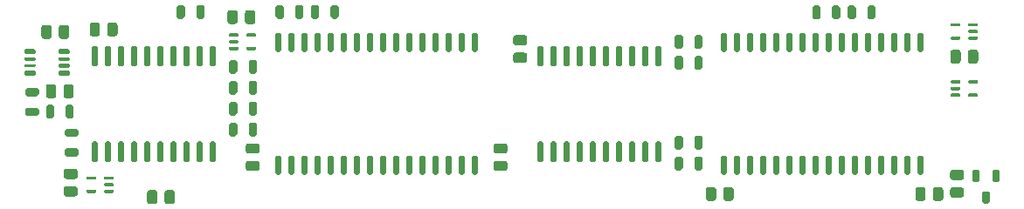
<source format=gtp>
G04 #@! TF.GenerationSoftware,KiCad,Pcbnew,(5.1.10-1-10_14)*
G04 #@! TF.CreationDate,2021-06-21T01:32:00-04:00*
G04 #@! TF.ProjectId,MacIIfxRAMSIMM,4d616349-4966-4785-9241-4d53494d4d2e,rev?*
G04 #@! TF.SameCoordinates,Original*
G04 #@! TF.FileFunction,Paste,Top*
G04 #@! TF.FilePolarity,Positive*
%FSLAX46Y46*%
G04 Gerber Fmt 4.6, Leading zero omitted, Abs format (unit mm)*
G04 Created by KiCad (PCBNEW (5.1.10-1-10_14)) date 2021-06-21 01:32:00*
%MOMM*%
%LPD*%
G01*
G04 APERTURE LIST*
G04 APERTURE END LIST*
G36*
G01*
X141742500Y-108750500D02*
X141467500Y-108750500D01*
G75*
G02*
X141330000Y-108613000I0J137500D01*
G01*
X141330000Y-107033000D01*
G75*
G02*
X141467500Y-106895500I137500J0D01*
G01*
X141742500Y-106895500D01*
G75*
G02*
X141880000Y-107033000I0J-137500D01*
G01*
X141880000Y-108613000D01*
G75*
G02*
X141742500Y-108750500I-137500J0D01*
G01*
G37*
G36*
G01*
X143012500Y-108750500D02*
X142737500Y-108750500D01*
G75*
G02*
X142600000Y-108613000I0J137500D01*
G01*
X142600000Y-107033000D01*
G75*
G02*
X142737500Y-106895500I137500J0D01*
G01*
X143012500Y-106895500D01*
G75*
G02*
X143150000Y-107033000I0J-137500D01*
G01*
X143150000Y-108613000D01*
G75*
G02*
X143012500Y-108750500I-137500J0D01*
G01*
G37*
G36*
G01*
X144282500Y-108750500D02*
X144007500Y-108750500D01*
G75*
G02*
X143870000Y-108613000I0J137500D01*
G01*
X143870000Y-107033000D01*
G75*
G02*
X144007500Y-106895500I137500J0D01*
G01*
X144282500Y-106895500D01*
G75*
G02*
X144420000Y-107033000I0J-137500D01*
G01*
X144420000Y-108613000D01*
G75*
G02*
X144282500Y-108750500I-137500J0D01*
G01*
G37*
G36*
G01*
X145552500Y-108750500D02*
X145277500Y-108750500D01*
G75*
G02*
X145140000Y-108613000I0J137500D01*
G01*
X145140000Y-107033000D01*
G75*
G02*
X145277500Y-106895500I137500J0D01*
G01*
X145552500Y-106895500D01*
G75*
G02*
X145690000Y-107033000I0J-137500D01*
G01*
X145690000Y-108613000D01*
G75*
G02*
X145552500Y-108750500I-137500J0D01*
G01*
G37*
G36*
G01*
X146822500Y-108750500D02*
X146547500Y-108750500D01*
G75*
G02*
X146410000Y-108613000I0J137500D01*
G01*
X146410000Y-107033000D01*
G75*
G02*
X146547500Y-106895500I137500J0D01*
G01*
X146822500Y-106895500D01*
G75*
G02*
X146960000Y-107033000I0J-137500D01*
G01*
X146960000Y-108613000D01*
G75*
G02*
X146822500Y-108750500I-137500J0D01*
G01*
G37*
G36*
G01*
X148092500Y-108750500D02*
X147817500Y-108750500D01*
G75*
G02*
X147680000Y-108613000I0J137500D01*
G01*
X147680000Y-107033000D01*
G75*
G02*
X147817500Y-106895500I137500J0D01*
G01*
X148092500Y-106895500D01*
G75*
G02*
X148230000Y-107033000I0J-137500D01*
G01*
X148230000Y-108613000D01*
G75*
G02*
X148092500Y-108750500I-137500J0D01*
G01*
G37*
G36*
G01*
X149362500Y-108750500D02*
X149087500Y-108750500D01*
G75*
G02*
X148950000Y-108613000I0J137500D01*
G01*
X148950000Y-107033000D01*
G75*
G02*
X149087500Y-106895500I137500J0D01*
G01*
X149362500Y-106895500D01*
G75*
G02*
X149500000Y-107033000I0J-137500D01*
G01*
X149500000Y-108613000D01*
G75*
G02*
X149362500Y-108750500I-137500J0D01*
G01*
G37*
G36*
G01*
X150632500Y-108750500D02*
X150357500Y-108750500D01*
G75*
G02*
X150220000Y-108613000I0J137500D01*
G01*
X150220000Y-107033000D01*
G75*
G02*
X150357500Y-106895500I137500J0D01*
G01*
X150632500Y-106895500D01*
G75*
G02*
X150770000Y-107033000I0J-137500D01*
G01*
X150770000Y-108613000D01*
G75*
G02*
X150632500Y-108750500I-137500J0D01*
G01*
G37*
G36*
G01*
X151902500Y-108750500D02*
X151627500Y-108750500D01*
G75*
G02*
X151490000Y-108613000I0J137500D01*
G01*
X151490000Y-107033000D01*
G75*
G02*
X151627500Y-106895500I137500J0D01*
G01*
X151902500Y-106895500D01*
G75*
G02*
X152040000Y-107033000I0J-137500D01*
G01*
X152040000Y-108613000D01*
G75*
G02*
X151902500Y-108750500I-137500J0D01*
G01*
G37*
G36*
G01*
X153172500Y-108750500D02*
X152897500Y-108750500D01*
G75*
G02*
X152760000Y-108613000I0J137500D01*
G01*
X152760000Y-107033000D01*
G75*
G02*
X152897500Y-106895500I137500J0D01*
G01*
X153172500Y-106895500D01*
G75*
G02*
X153310000Y-107033000I0J-137500D01*
G01*
X153310000Y-108613000D01*
G75*
G02*
X153172500Y-108750500I-137500J0D01*
G01*
G37*
G36*
G01*
X154442500Y-108750500D02*
X154167500Y-108750500D01*
G75*
G02*
X154030000Y-108613000I0J137500D01*
G01*
X154030000Y-107033000D01*
G75*
G02*
X154167500Y-106895500I137500J0D01*
G01*
X154442500Y-106895500D01*
G75*
G02*
X154580000Y-107033000I0J-137500D01*
G01*
X154580000Y-108613000D01*
G75*
G02*
X154442500Y-108750500I-137500J0D01*
G01*
G37*
G36*
G01*
X155712500Y-108750500D02*
X155437500Y-108750500D01*
G75*
G02*
X155300000Y-108613000I0J137500D01*
G01*
X155300000Y-107033000D01*
G75*
G02*
X155437500Y-106895500I137500J0D01*
G01*
X155712500Y-106895500D01*
G75*
G02*
X155850000Y-107033000I0J-137500D01*
G01*
X155850000Y-108613000D01*
G75*
G02*
X155712500Y-108750500I-137500J0D01*
G01*
G37*
G36*
G01*
X156982500Y-108750500D02*
X156707500Y-108750500D01*
G75*
G02*
X156570000Y-108613000I0J137500D01*
G01*
X156570000Y-107033000D01*
G75*
G02*
X156707500Y-106895500I137500J0D01*
G01*
X156982500Y-106895500D01*
G75*
G02*
X157120000Y-107033000I0J-137500D01*
G01*
X157120000Y-108613000D01*
G75*
G02*
X156982500Y-108750500I-137500J0D01*
G01*
G37*
G36*
G01*
X158252500Y-108750500D02*
X157977500Y-108750500D01*
G75*
G02*
X157840000Y-108613000I0J137500D01*
G01*
X157840000Y-107033000D01*
G75*
G02*
X157977500Y-106895500I137500J0D01*
G01*
X158252500Y-106895500D01*
G75*
G02*
X158390000Y-107033000I0J-137500D01*
G01*
X158390000Y-108613000D01*
G75*
G02*
X158252500Y-108750500I-137500J0D01*
G01*
G37*
G36*
G01*
X159522500Y-108750500D02*
X159247500Y-108750500D01*
G75*
G02*
X159110000Y-108613000I0J137500D01*
G01*
X159110000Y-107033000D01*
G75*
G02*
X159247500Y-106895500I137500J0D01*
G01*
X159522500Y-106895500D01*
G75*
G02*
X159660000Y-107033000I0J-137500D01*
G01*
X159660000Y-108613000D01*
G75*
G02*
X159522500Y-108750500I-137500J0D01*
G01*
G37*
G36*
G01*
X160792500Y-108750500D02*
X160517500Y-108750500D01*
G75*
G02*
X160380000Y-108613000I0J137500D01*
G01*
X160380000Y-107033000D01*
G75*
G02*
X160517500Y-106895500I137500J0D01*
G01*
X160792500Y-106895500D01*
G75*
G02*
X160930000Y-107033000I0J-137500D01*
G01*
X160930000Y-108613000D01*
G75*
G02*
X160792500Y-108750500I-137500J0D01*
G01*
G37*
G36*
G01*
X160792500Y-120688500D02*
X160517500Y-120688500D01*
G75*
G02*
X160380000Y-120551000I0J137500D01*
G01*
X160380000Y-118971000D01*
G75*
G02*
X160517500Y-118833500I137500J0D01*
G01*
X160792500Y-118833500D01*
G75*
G02*
X160930000Y-118971000I0J-137500D01*
G01*
X160930000Y-120551000D01*
G75*
G02*
X160792500Y-120688500I-137500J0D01*
G01*
G37*
G36*
G01*
X159522500Y-120688500D02*
X159247500Y-120688500D01*
G75*
G02*
X159110000Y-120551000I0J137500D01*
G01*
X159110000Y-118971000D01*
G75*
G02*
X159247500Y-118833500I137500J0D01*
G01*
X159522500Y-118833500D01*
G75*
G02*
X159660000Y-118971000I0J-137500D01*
G01*
X159660000Y-120551000D01*
G75*
G02*
X159522500Y-120688500I-137500J0D01*
G01*
G37*
G36*
G01*
X158252500Y-120688500D02*
X157977500Y-120688500D01*
G75*
G02*
X157840000Y-120551000I0J137500D01*
G01*
X157840000Y-118971000D01*
G75*
G02*
X157977500Y-118833500I137500J0D01*
G01*
X158252500Y-118833500D01*
G75*
G02*
X158390000Y-118971000I0J-137500D01*
G01*
X158390000Y-120551000D01*
G75*
G02*
X158252500Y-120688500I-137500J0D01*
G01*
G37*
G36*
G01*
X156982500Y-120688500D02*
X156707500Y-120688500D01*
G75*
G02*
X156570000Y-120551000I0J137500D01*
G01*
X156570000Y-118971000D01*
G75*
G02*
X156707500Y-118833500I137500J0D01*
G01*
X156982500Y-118833500D01*
G75*
G02*
X157120000Y-118971000I0J-137500D01*
G01*
X157120000Y-120551000D01*
G75*
G02*
X156982500Y-120688500I-137500J0D01*
G01*
G37*
G36*
G01*
X155712500Y-120688500D02*
X155437500Y-120688500D01*
G75*
G02*
X155300000Y-120551000I0J137500D01*
G01*
X155300000Y-118971000D01*
G75*
G02*
X155437500Y-118833500I137500J0D01*
G01*
X155712500Y-118833500D01*
G75*
G02*
X155850000Y-118971000I0J-137500D01*
G01*
X155850000Y-120551000D01*
G75*
G02*
X155712500Y-120688500I-137500J0D01*
G01*
G37*
G36*
G01*
X154442500Y-120688500D02*
X154167500Y-120688500D01*
G75*
G02*
X154030000Y-120551000I0J137500D01*
G01*
X154030000Y-118971000D01*
G75*
G02*
X154167500Y-118833500I137500J0D01*
G01*
X154442500Y-118833500D01*
G75*
G02*
X154580000Y-118971000I0J-137500D01*
G01*
X154580000Y-120551000D01*
G75*
G02*
X154442500Y-120688500I-137500J0D01*
G01*
G37*
G36*
G01*
X153172500Y-120688500D02*
X152897500Y-120688500D01*
G75*
G02*
X152760000Y-120551000I0J137500D01*
G01*
X152760000Y-118971000D01*
G75*
G02*
X152897500Y-118833500I137500J0D01*
G01*
X153172500Y-118833500D01*
G75*
G02*
X153310000Y-118971000I0J-137500D01*
G01*
X153310000Y-120551000D01*
G75*
G02*
X153172500Y-120688500I-137500J0D01*
G01*
G37*
G36*
G01*
X151902500Y-120688500D02*
X151627500Y-120688500D01*
G75*
G02*
X151490000Y-120551000I0J137500D01*
G01*
X151490000Y-118971000D01*
G75*
G02*
X151627500Y-118833500I137500J0D01*
G01*
X151902500Y-118833500D01*
G75*
G02*
X152040000Y-118971000I0J-137500D01*
G01*
X152040000Y-120551000D01*
G75*
G02*
X151902500Y-120688500I-137500J0D01*
G01*
G37*
G36*
G01*
X150632500Y-120688500D02*
X150357500Y-120688500D01*
G75*
G02*
X150220000Y-120551000I0J137500D01*
G01*
X150220000Y-118971000D01*
G75*
G02*
X150357500Y-118833500I137500J0D01*
G01*
X150632500Y-118833500D01*
G75*
G02*
X150770000Y-118971000I0J-137500D01*
G01*
X150770000Y-120551000D01*
G75*
G02*
X150632500Y-120688500I-137500J0D01*
G01*
G37*
G36*
G01*
X149362500Y-120688500D02*
X149087500Y-120688500D01*
G75*
G02*
X148950000Y-120551000I0J137500D01*
G01*
X148950000Y-118971000D01*
G75*
G02*
X149087500Y-118833500I137500J0D01*
G01*
X149362500Y-118833500D01*
G75*
G02*
X149500000Y-118971000I0J-137500D01*
G01*
X149500000Y-120551000D01*
G75*
G02*
X149362500Y-120688500I-137500J0D01*
G01*
G37*
G36*
G01*
X148092500Y-120688500D02*
X147817500Y-120688500D01*
G75*
G02*
X147680000Y-120551000I0J137500D01*
G01*
X147680000Y-118971000D01*
G75*
G02*
X147817500Y-118833500I137500J0D01*
G01*
X148092500Y-118833500D01*
G75*
G02*
X148230000Y-118971000I0J-137500D01*
G01*
X148230000Y-120551000D01*
G75*
G02*
X148092500Y-120688500I-137500J0D01*
G01*
G37*
G36*
G01*
X146822500Y-120688500D02*
X146547500Y-120688500D01*
G75*
G02*
X146410000Y-120551000I0J137500D01*
G01*
X146410000Y-118971000D01*
G75*
G02*
X146547500Y-118833500I137500J0D01*
G01*
X146822500Y-118833500D01*
G75*
G02*
X146960000Y-118971000I0J-137500D01*
G01*
X146960000Y-120551000D01*
G75*
G02*
X146822500Y-120688500I-137500J0D01*
G01*
G37*
G36*
G01*
X145552500Y-120688500D02*
X145277500Y-120688500D01*
G75*
G02*
X145140000Y-120551000I0J137500D01*
G01*
X145140000Y-118971000D01*
G75*
G02*
X145277500Y-118833500I137500J0D01*
G01*
X145552500Y-118833500D01*
G75*
G02*
X145690000Y-118971000I0J-137500D01*
G01*
X145690000Y-120551000D01*
G75*
G02*
X145552500Y-120688500I-137500J0D01*
G01*
G37*
G36*
G01*
X144282500Y-120688500D02*
X144007500Y-120688500D01*
G75*
G02*
X143870000Y-120551000I0J137500D01*
G01*
X143870000Y-118971000D01*
G75*
G02*
X144007500Y-118833500I137500J0D01*
G01*
X144282500Y-118833500D01*
G75*
G02*
X144420000Y-118971000I0J-137500D01*
G01*
X144420000Y-120551000D01*
G75*
G02*
X144282500Y-120688500I-137500J0D01*
G01*
G37*
G36*
G01*
X143012500Y-120688500D02*
X142737500Y-120688500D01*
G75*
G02*
X142600000Y-120551000I0J137500D01*
G01*
X142600000Y-118971000D01*
G75*
G02*
X142737500Y-118833500I137500J0D01*
G01*
X143012500Y-118833500D01*
G75*
G02*
X143150000Y-118971000I0J-137500D01*
G01*
X143150000Y-120551000D01*
G75*
G02*
X143012500Y-120688500I-137500J0D01*
G01*
G37*
G36*
G01*
X141742500Y-120688500D02*
X141467500Y-120688500D01*
G75*
G02*
X141330000Y-120551000I0J137500D01*
G01*
X141330000Y-118971000D01*
G75*
G02*
X141467500Y-118833500I137500J0D01*
G01*
X141742500Y-118833500D01*
G75*
G02*
X141880000Y-118971000I0J-137500D01*
G01*
X141880000Y-120551000D01*
G75*
G02*
X141742500Y-120688500I-137500J0D01*
G01*
G37*
G36*
G01*
X98562500Y-108750500D02*
X98287500Y-108750500D01*
G75*
G02*
X98150000Y-108613000I0J137500D01*
G01*
X98150000Y-107033000D01*
G75*
G02*
X98287500Y-106895500I137500J0D01*
G01*
X98562500Y-106895500D01*
G75*
G02*
X98700000Y-107033000I0J-137500D01*
G01*
X98700000Y-108613000D01*
G75*
G02*
X98562500Y-108750500I-137500J0D01*
G01*
G37*
G36*
G01*
X99832500Y-108750500D02*
X99557500Y-108750500D01*
G75*
G02*
X99420000Y-108613000I0J137500D01*
G01*
X99420000Y-107033000D01*
G75*
G02*
X99557500Y-106895500I137500J0D01*
G01*
X99832500Y-106895500D01*
G75*
G02*
X99970000Y-107033000I0J-137500D01*
G01*
X99970000Y-108613000D01*
G75*
G02*
X99832500Y-108750500I-137500J0D01*
G01*
G37*
G36*
G01*
X101102500Y-108750500D02*
X100827500Y-108750500D01*
G75*
G02*
X100690000Y-108613000I0J137500D01*
G01*
X100690000Y-107033000D01*
G75*
G02*
X100827500Y-106895500I137500J0D01*
G01*
X101102500Y-106895500D01*
G75*
G02*
X101240000Y-107033000I0J-137500D01*
G01*
X101240000Y-108613000D01*
G75*
G02*
X101102500Y-108750500I-137500J0D01*
G01*
G37*
G36*
G01*
X102372500Y-108750500D02*
X102097500Y-108750500D01*
G75*
G02*
X101960000Y-108613000I0J137500D01*
G01*
X101960000Y-107033000D01*
G75*
G02*
X102097500Y-106895500I137500J0D01*
G01*
X102372500Y-106895500D01*
G75*
G02*
X102510000Y-107033000I0J-137500D01*
G01*
X102510000Y-108613000D01*
G75*
G02*
X102372500Y-108750500I-137500J0D01*
G01*
G37*
G36*
G01*
X103642500Y-108750500D02*
X103367500Y-108750500D01*
G75*
G02*
X103230000Y-108613000I0J137500D01*
G01*
X103230000Y-107033000D01*
G75*
G02*
X103367500Y-106895500I137500J0D01*
G01*
X103642500Y-106895500D01*
G75*
G02*
X103780000Y-107033000I0J-137500D01*
G01*
X103780000Y-108613000D01*
G75*
G02*
X103642500Y-108750500I-137500J0D01*
G01*
G37*
G36*
G01*
X104912500Y-108750500D02*
X104637500Y-108750500D01*
G75*
G02*
X104500000Y-108613000I0J137500D01*
G01*
X104500000Y-107033000D01*
G75*
G02*
X104637500Y-106895500I137500J0D01*
G01*
X104912500Y-106895500D01*
G75*
G02*
X105050000Y-107033000I0J-137500D01*
G01*
X105050000Y-108613000D01*
G75*
G02*
X104912500Y-108750500I-137500J0D01*
G01*
G37*
G36*
G01*
X106182500Y-108750500D02*
X105907500Y-108750500D01*
G75*
G02*
X105770000Y-108613000I0J137500D01*
G01*
X105770000Y-107033000D01*
G75*
G02*
X105907500Y-106895500I137500J0D01*
G01*
X106182500Y-106895500D01*
G75*
G02*
X106320000Y-107033000I0J-137500D01*
G01*
X106320000Y-108613000D01*
G75*
G02*
X106182500Y-108750500I-137500J0D01*
G01*
G37*
G36*
G01*
X107452500Y-108750500D02*
X107177500Y-108750500D01*
G75*
G02*
X107040000Y-108613000I0J137500D01*
G01*
X107040000Y-107033000D01*
G75*
G02*
X107177500Y-106895500I137500J0D01*
G01*
X107452500Y-106895500D01*
G75*
G02*
X107590000Y-107033000I0J-137500D01*
G01*
X107590000Y-108613000D01*
G75*
G02*
X107452500Y-108750500I-137500J0D01*
G01*
G37*
G36*
G01*
X108722500Y-108750500D02*
X108447500Y-108750500D01*
G75*
G02*
X108310000Y-108613000I0J137500D01*
G01*
X108310000Y-107033000D01*
G75*
G02*
X108447500Y-106895500I137500J0D01*
G01*
X108722500Y-106895500D01*
G75*
G02*
X108860000Y-107033000I0J-137500D01*
G01*
X108860000Y-108613000D01*
G75*
G02*
X108722500Y-108750500I-137500J0D01*
G01*
G37*
G36*
G01*
X109992500Y-108750500D02*
X109717500Y-108750500D01*
G75*
G02*
X109580000Y-108613000I0J137500D01*
G01*
X109580000Y-107033000D01*
G75*
G02*
X109717500Y-106895500I137500J0D01*
G01*
X109992500Y-106895500D01*
G75*
G02*
X110130000Y-107033000I0J-137500D01*
G01*
X110130000Y-108613000D01*
G75*
G02*
X109992500Y-108750500I-137500J0D01*
G01*
G37*
G36*
G01*
X111262500Y-108750500D02*
X110987500Y-108750500D01*
G75*
G02*
X110850000Y-108613000I0J137500D01*
G01*
X110850000Y-107033000D01*
G75*
G02*
X110987500Y-106895500I137500J0D01*
G01*
X111262500Y-106895500D01*
G75*
G02*
X111400000Y-107033000I0J-137500D01*
G01*
X111400000Y-108613000D01*
G75*
G02*
X111262500Y-108750500I-137500J0D01*
G01*
G37*
G36*
G01*
X112532500Y-108750500D02*
X112257500Y-108750500D01*
G75*
G02*
X112120000Y-108613000I0J137500D01*
G01*
X112120000Y-107033000D01*
G75*
G02*
X112257500Y-106895500I137500J0D01*
G01*
X112532500Y-106895500D01*
G75*
G02*
X112670000Y-107033000I0J-137500D01*
G01*
X112670000Y-108613000D01*
G75*
G02*
X112532500Y-108750500I-137500J0D01*
G01*
G37*
G36*
G01*
X113802500Y-108750500D02*
X113527500Y-108750500D01*
G75*
G02*
X113390000Y-108613000I0J137500D01*
G01*
X113390000Y-107033000D01*
G75*
G02*
X113527500Y-106895500I137500J0D01*
G01*
X113802500Y-106895500D01*
G75*
G02*
X113940000Y-107033000I0J-137500D01*
G01*
X113940000Y-108613000D01*
G75*
G02*
X113802500Y-108750500I-137500J0D01*
G01*
G37*
G36*
G01*
X115072500Y-108750500D02*
X114797500Y-108750500D01*
G75*
G02*
X114660000Y-108613000I0J137500D01*
G01*
X114660000Y-107033000D01*
G75*
G02*
X114797500Y-106895500I137500J0D01*
G01*
X115072500Y-106895500D01*
G75*
G02*
X115210000Y-107033000I0J-137500D01*
G01*
X115210000Y-108613000D01*
G75*
G02*
X115072500Y-108750500I-137500J0D01*
G01*
G37*
G36*
G01*
X116342500Y-108750500D02*
X116067500Y-108750500D01*
G75*
G02*
X115930000Y-108613000I0J137500D01*
G01*
X115930000Y-107033000D01*
G75*
G02*
X116067500Y-106895500I137500J0D01*
G01*
X116342500Y-106895500D01*
G75*
G02*
X116480000Y-107033000I0J-137500D01*
G01*
X116480000Y-108613000D01*
G75*
G02*
X116342500Y-108750500I-137500J0D01*
G01*
G37*
G36*
G01*
X117612500Y-108750500D02*
X117337500Y-108750500D01*
G75*
G02*
X117200000Y-108613000I0J137500D01*
G01*
X117200000Y-107033000D01*
G75*
G02*
X117337500Y-106895500I137500J0D01*
G01*
X117612500Y-106895500D01*
G75*
G02*
X117750000Y-107033000I0J-137500D01*
G01*
X117750000Y-108613000D01*
G75*
G02*
X117612500Y-108750500I-137500J0D01*
G01*
G37*
G36*
G01*
X117612500Y-120688500D02*
X117337500Y-120688500D01*
G75*
G02*
X117200000Y-120551000I0J137500D01*
G01*
X117200000Y-118971000D01*
G75*
G02*
X117337500Y-118833500I137500J0D01*
G01*
X117612500Y-118833500D01*
G75*
G02*
X117750000Y-118971000I0J-137500D01*
G01*
X117750000Y-120551000D01*
G75*
G02*
X117612500Y-120688500I-137500J0D01*
G01*
G37*
G36*
G01*
X116342500Y-120688500D02*
X116067500Y-120688500D01*
G75*
G02*
X115930000Y-120551000I0J137500D01*
G01*
X115930000Y-118971000D01*
G75*
G02*
X116067500Y-118833500I137500J0D01*
G01*
X116342500Y-118833500D01*
G75*
G02*
X116480000Y-118971000I0J-137500D01*
G01*
X116480000Y-120551000D01*
G75*
G02*
X116342500Y-120688500I-137500J0D01*
G01*
G37*
G36*
G01*
X115072500Y-120688500D02*
X114797500Y-120688500D01*
G75*
G02*
X114660000Y-120551000I0J137500D01*
G01*
X114660000Y-118971000D01*
G75*
G02*
X114797500Y-118833500I137500J0D01*
G01*
X115072500Y-118833500D01*
G75*
G02*
X115210000Y-118971000I0J-137500D01*
G01*
X115210000Y-120551000D01*
G75*
G02*
X115072500Y-120688500I-137500J0D01*
G01*
G37*
G36*
G01*
X113802500Y-120688500D02*
X113527500Y-120688500D01*
G75*
G02*
X113390000Y-120551000I0J137500D01*
G01*
X113390000Y-118971000D01*
G75*
G02*
X113527500Y-118833500I137500J0D01*
G01*
X113802500Y-118833500D01*
G75*
G02*
X113940000Y-118971000I0J-137500D01*
G01*
X113940000Y-120551000D01*
G75*
G02*
X113802500Y-120688500I-137500J0D01*
G01*
G37*
G36*
G01*
X112532500Y-120688500D02*
X112257500Y-120688500D01*
G75*
G02*
X112120000Y-120551000I0J137500D01*
G01*
X112120000Y-118971000D01*
G75*
G02*
X112257500Y-118833500I137500J0D01*
G01*
X112532500Y-118833500D01*
G75*
G02*
X112670000Y-118971000I0J-137500D01*
G01*
X112670000Y-120551000D01*
G75*
G02*
X112532500Y-120688500I-137500J0D01*
G01*
G37*
G36*
G01*
X111262500Y-120688500D02*
X110987500Y-120688500D01*
G75*
G02*
X110850000Y-120551000I0J137500D01*
G01*
X110850000Y-118971000D01*
G75*
G02*
X110987500Y-118833500I137500J0D01*
G01*
X111262500Y-118833500D01*
G75*
G02*
X111400000Y-118971000I0J-137500D01*
G01*
X111400000Y-120551000D01*
G75*
G02*
X111262500Y-120688500I-137500J0D01*
G01*
G37*
G36*
G01*
X109992500Y-120688500D02*
X109717500Y-120688500D01*
G75*
G02*
X109580000Y-120551000I0J137500D01*
G01*
X109580000Y-118971000D01*
G75*
G02*
X109717500Y-118833500I137500J0D01*
G01*
X109992500Y-118833500D01*
G75*
G02*
X110130000Y-118971000I0J-137500D01*
G01*
X110130000Y-120551000D01*
G75*
G02*
X109992500Y-120688500I-137500J0D01*
G01*
G37*
G36*
G01*
X108722500Y-120688500D02*
X108447500Y-120688500D01*
G75*
G02*
X108310000Y-120551000I0J137500D01*
G01*
X108310000Y-118971000D01*
G75*
G02*
X108447500Y-118833500I137500J0D01*
G01*
X108722500Y-118833500D01*
G75*
G02*
X108860000Y-118971000I0J-137500D01*
G01*
X108860000Y-120551000D01*
G75*
G02*
X108722500Y-120688500I-137500J0D01*
G01*
G37*
G36*
G01*
X107452500Y-120688500D02*
X107177500Y-120688500D01*
G75*
G02*
X107040000Y-120551000I0J137500D01*
G01*
X107040000Y-118971000D01*
G75*
G02*
X107177500Y-118833500I137500J0D01*
G01*
X107452500Y-118833500D01*
G75*
G02*
X107590000Y-118971000I0J-137500D01*
G01*
X107590000Y-120551000D01*
G75*
G02*
X107452500Y-120688500I-137500J0D01*
G01*
G37*
G36*
G01*
X106182500Y-120688500D02*
X105907500Y-120688500D01*
G75*
G02*
X105770000Y-120551000I0J137500D01*
G01*
X105770000Y-118971000D01*
G75*
G02*
X105907500Y-118833500I137500J0D01*
G01*
X106182500Y-118833500D01*
G75*
G02*
X106320000Y-118971000I0J-137500D01*
G01*
X106320000Y-120551000D01*
G75*
G02*
X106182500Y-120688500I-137500J0D01*
G01*
G37*
G36*
G01*
X104912500Y-120688500D02*
X104637500Y-120688500D01*
G75*
G02*
X104500000Y-120551000I0J137500D01*
G01*
X104500000Y-118971000D01*
G75*
G02*
X104637500Y-118833500I137500J0D01*
G01*
X104912500Y-118833500D01*
G75*
G02*
X105050000Y-118971000I0J-137500D01*
G01*
X105050000Y-120551000D01*
G75*
G02*
X104912500Y-120688500I-137500J0D01*
G01*
G37*
G36*
G01*
X103642500Y-120688500D02*
X103367500Y-120688500D01*
G75*
G02*
X103230000Y-120551000I0J137500D01*
G01*
X103230000Y-118971000D01*
G75*
G02*
X103367500Y-118833500I137500J0D01*
G01*
X103642500Y-118833500D01*
G75*
G02*
X103780000Y-118971000I0J-137500D01*
G01*
X103780000Y-120551000D01*
G75*
G02*
X103642500Y-120688500I-137500J0D01*
G01*
G37*
G36*
G01*
X102372500Y-120688500D02*
X102097500Y-120688500D01*
G75*
G02*
X101960000Y-120551000I0J137500D01*
G01*
X101960000Y-118971000D01*
G75*
G02*
X102097500Y-118833500I137500J0D01*
G01*
X102372500Y-118833500D01*
G75*
G02*
X102510000Y-118971000I0J-137500D01*
G01*
X102510000Y-120551000D01*
G75*
G02*
X102372500Y-120688500I-137500J0D01*
G01*
G37*
G36*
G01*
X101102500Y-120688500D02*
X100827500Y-120688500D01*
G75*
G02*
X100690000Y-120551000I0J137500D01*
G01*
X100690000Y-118971000D01*
G75*
G02*
X100827500Y-118833500I137500J0D01*
G01*
X101102500Y-118833500D01*
G75*
G02*
X101240000Y-118971000I0J-137500D01*
G01*
X101240000Y-120551000D01*
G75*
G02*
X101102500Y-120688500I-137500J0D01*
G01*
G37*
G36*
G01*
X99832500Y-120688500D02*
X99557500Y-120688500D01*
G75*
G02*
X99420000Y-120551000I0J137500D01*
G01*
X99420000Y-118971000D01*
G75*
G02*
X99557500Y-118833500I137500J0D01*
G01*
X99832500Y-118833500D01*
G75*
G02*
X99970000Y-118971000I0J-137500D01*
G01*
X99970000Y-120551000D01*
G75*
G02*
X99832500Y-120688500I-137500J0D01*
G01*
G37*
G36*
G01*
X98562500Y-120688500D02*
X98287500Y-120688500D01*
G75*
G02*
X98150000Y-120551000I0J137500D01*
G01*
X98150000Y-118971000D01*
G75*
G02*
X98287500Y-118833500I137500J0D01*
G01*
X98562500Y-118833500D01*
G75*
G02*
X98700000Y-118971000I0J-137500D01*
G01*
X98700000Y-120551000D01*
G75*
G02*
X98562500Y-120688500I-137500J0D01*
G01*
G37*
G36*
G01*
X155490000Y-105377000D02*
X155490000Y-104427000D01*
G75*
G02*
X155690000Y-104227000I200000J0D01*
G01*
X156090000Y-104227000D01*
G75*
G02*
X156290000Y-104427000I0J-200000D01*
G01*
X156290000Y-105377000D01*
G75*
G02*
X156090000Y-105577000I-200000J0D01*
G01*
X155690000Y-105577000D01*
G75*
G02*
X155490000Y-105377000I0J200000D01*
G01*
G37*
G36*
G01*
X153590000Y-105377000D02*
X153590000Y-104427000D01*
G75*
G02*
X153790000Y-104227000I200000J0D01*
G01*
X154190000Y-104227000D01*
G75*
G02*
X154390000Y-104427000I0J-200000D01*
G01*
X154390000Y-105377000D01*
G75*
G02*
X154190000Y-105577000I-200000J0D01*
G01*
X153790000Y-105577000D01*
G75*
G02*
X153590000Y-105377000I0J200000D01*
G01*
G37*
G36*
G01*
X91266000Y-104363500D02*
X91266000Y-105313500D01*
G75*
G02*
X91066000Y-105513500I-200000J0D01*
G01*
X90666000Y-105513500D01*
G75*
G02*
X90466000Y-105313500I0J200000D01*
G01*
X90466000Y-104363500D01*
G75*
G02*
X90666000Y-104163500I200000J0D01*
G01*
X91066000Y-104163500D01*
G75*
G02*
X91266000Y-104363500I0J-200000D01*
G01*
G37*
G36*
G01*
X89366000Y-104363500D02*
X89366000Y-105313500D01*
G75*
G02*
X89166000Y-105513500I-200000J0D01*
G01*
X88766000Y-105513500D01*
G75*
G02*
X88566000Y-105313500I0J200000D01*
G01*
X88566000Y-104363500D01*
G75*
G02*
X88766000Y-104163500I200000J0D01*
G01*
X89166000Y-104163500D01*
G75*
G02*
X89366000Y-104363500I0J-200000D01*
G01*
G37*
G36*
G01*
X96200000Y-104925000D02*
X96200000Y-105775000D01*
G75*
G02*
X95950000Y-106025000I-250000J0D01*
G01*
X95450000Y-106025000D01*
G75*
G02*
X95200000Y-105775000I0J250000D01*
G01*
X95200000Y-104925000D01*
G75*
G02*
X95450000Y-104675000I250000J0D01*
G01*
X95950000Y-104675000D01*
G75*
G02*
X96200000Y-104925000I0J-250000D01*
G01*
G37*
G36*
G01*
X94500000Y-104925000D02*
X94500000Y-105775000D01*
G75*
G02*
X94250000Y-106025000I-250000J0D01*
G01*
X93750000Y-106025000D01*
G75*
G02*
X93500000Y-105775000I0J250000D01*
G01*
X93500000Y-104925000D01*
G75*
G02*
X93750000Y-104675000I250000J0D01*
G01*
X94250000Y-104675000D01*
G75*
G02*
X94500000Y-104925000I0J-250000D01*
G01*
G37*
G36*
G01*
X100054500Y-105313500D02*
X100054500Y-104363500D01*
G75*
G02*
X100254500Y-104163500I200000J0D01*
G01*
X100654500Y-104163500D01*
G75*
G02*
X100854500Y-104363500I0J-200000D01*
G01*
X100854500Y-105313500D01*
G75*
G02*
X100654500Y-105513500I-200000J0D01*
G01*
X100254500Y-105513500D01*
G75*
G02*
X100054500Y-105313500I0J200000D01*
G01*
G37*
G36*
G01*
X98154500Y-105313500D02*
X98154500Y-104363500D01*
G75*
G02*
X98354500Y-104163500I200000J0D01*
G01*
X98754500Y-104163500D01*
G75*
G02*
X98954500Y-104363500I0J-200000D01*
G01*
X98954500Y-105313500D01*
G75*
G02*
X98754500Y-105513500I-200000J0D01*
G01*
X98354500Y-105513500D01*
G75*
G02*
X98154500Y-105313500I0J200000D01*
G01*
G37*
G36*
G01*
X104283500Y-104363500D02*
X104283500Y-105313500D01*
G75*
G02*
X104083500Y-105513500I-200000J0D01*
G01*
X103683500Y-105513500D01*
G75*
G02*
X103483500Y-105313500I0J200000D01*
G01*
X103483500Y-104363500D01*
G75*
G02*
X103683500Y-104163500I200000J0D01*
G01*
X104083500Y-104163500D01*
G75*
G02*
X104283500Y-104363500I0J-200000D01*
G01*
G37*
G36*
G01*
X102383500Y-104363500D02*
X102383500Y-105313500D01*
G75*
G02*
X102183500Y-105513500I-200000J0D01*
G01*
X101783500Y-105513500D01*
G75*
G02*
X101583500Y-105313500I0J200000D01*
G01*
X101583500Y-104363500D01*
G75*
G02*
X101783500Y-104163500I200000J0D01*
G01*
X102183500Y-104163500D01*
G75*
G02*
X102383500Y-104363500I0J-200000D01*
G01*
G37*
G36*
G01*
X150161000Y-105377000D02*
X150161000Y-104427000D01*
G75*
G02*
X150361000Y-104227000I200000J0D01*
G01*
X150761000Y-104227000D01*
G75*
G02*
X150961000Y-104427000I0J-200000D01*
G01*
X150961000Y-105377000D01*
G75*
G02*
X150761000Y-105577000I-200000J0D01*
G01*
X150361000Y-105577000D01*
G75*
G02*
X150161000Y-105377000I0J200000D01*
G01*
G37*
G36*
G01*
X152061000Y-105377000D02*
X152061000Y-104427000D01*
G75*
G02*
X152261000Y-104227000I200000J0D01*
G01*
X152661000Y-104227000D01*
G75*
G02*
X152861000Y-104427000I0J-200000D01*
G01*
X152861000Y-105377000D01*
G75*
G02*
X152661000Y-105577000I-200000J0D01*
G01*
X152261000Y-105577000D01*
G75*
G02*
X152061000Y-105377000I0J200000D01*
G01*
G37*
G36*
G01*
X93640000Y-108480000D02*
X93640000Y-108320000D01*
G75*
G02*
X93720000Y-108240000I80000J0D01*
G01*
X94480000Y-108240000D01*
G75*
G02*
X94560000Y-108320000I0J-80000D01*
G01*
X94560000Y-108480000D01*
G75*
G02*
X94480000Y-108560000I-80000J0D01*
G01*
X93720000Y-108560000D01*
G75*
G02*
X93640000Y-108480000I0J80000D01*
G01*
G37*
G36*
G01*
X93640000Y-107180000D02*
X93640000Y-107020000D01*
G75*
G02*
X93720000Y-106940000I80000J0D01*
G01*
X94480000Y-106940000D01*
G75*
G02*
X94560000Y-107020000I0J-80000D01*
G01*
X94560000Y-107180000D01*
G75*
G02*
X94480000Y-107260000I-80000J0D01*
G01*
X93720000Y-107260000D01*
G75*
G02*
X93640000Y-107180000I0J80000D01*
G01*
G37*
G36*
G01*
X93640000Y-107830000D02*
X93640000Y-107670000D01*
G75*
G02*
X93720000Y-107590000I80000J0D01*
G01*
X94480000Y-107590000D01*
G75*
G02*
X94560000Y-107670000I0J-80000D01*
G01*
X94560000Y-107830000D01*
G75*
G02*
X94480000Y-107910000I-80000J0D01*
G01*
X93720000Y-107910000D01*
G75*
G02*
X93640000Y-107830000I0J80000D01*
G01*
G37*
G36*
G01*
X95340000Y-108480000D02*
X95340000Y-108320000D01*
G75*
G02*
X95420000Y-108240000I80000J0D01*
G01*
X96180000Y-108240000D01*
G75*
G02*
X96260000Y-108320000I0J-80000D01*
G01*
X96260000Y-108480000D01*
G75*
G02*
X96180000Y-108560000I-80000J0D01*
G01*
X95420000Y-108560000D01*
G75*
G02*
X95340000Y-108480000I0J80000D01*
G01*
G37*
G36*
G01*
X95340000Y-107180000D02*
X95340000Y-107020000D01*
G75*
G02*
X95420000Y-106940000I80000J0D01*
G01*
X96180000Y-106940000D01*
G75*
G02*
X96260000Y-107020000I0J-80000D01*
G01*
X96260000Y-107180000D01*
G75*
G02*
X96180000Y-107260000I-80000J0D01*
G01*
X95420000Y-107260000D01*
G75*
G02*
X95340000Y-107180000I0J80000D01*
G01*
G37*
G36*
G01*
X78875000Y-118900000D02*
X77925000Y-118900000D01*
G75*
G02*
X77725000Y-118700000I0J200000D01*
G01*
X77725000Y-118300000D01*
G75*
G02*
X77925000Y-118100000I200000J0D01*
G01*
X78875000Y-118100000D01*
G75*
G02*
X79075000Y-118300000I0J-200000D01*
G01*
X79075000Y-118700000D01*
G75*
G02*
X78875000Y-118900000I-200000J0D01*
G01*
G37*
G36*
G01*
X78875000Y-117000000D02*
X77925000Y-117000000D01*
G75*
G02*
X77725000Y-116800000I0J200000D01*
G01*
X77725000Y-116400000D01*
G75*
G02*
X77925000Y-116200000I200000J0D01*
G01*
X78875000Y-116200000D01*
G75*
G02*
X79075000Y-116400000I0J-200000D01*
G01*
X79075000Y-116800000D01*
G75*
G02*
X78875000Y-117000000I-200000J0D01*
G01*
G37*
G36*
G01*
X74075000Y-114150000D02*
X75025000Y-114150000D01*
G75*
G02*
X75225000Y-114350000I0J-200000D01*
G01*
X75225000Y-114750000D01*
G75*
G02*
X75025000Y-114950000I-200000J0D01*
G01*
X74075000Y-114950000D01*
G75*
G02*
X73875000Y-114750000I0J200000D01*
G01*
X73875000Y-114350000D01*
G75*
G02*
X74075000Y-114150000I200000J0D01*
G01*
G37*
G36*
G01*
X74075000Y-112250000D02*
X75025000Y-112250000D01*
G75*
G02*
X75225000Y-112450000I0J-200000D01*
G01*
X75225000Y-112850000D01*
G75*
G02*
X75025000Y-113050000I-200000J0D01*
G01*
X74075000Y-113050000D01*
G75*
G02*
X73875000Y-112850000I0J200000D01*
G01*
X73875000Y-112450000D01*
G75*
G02*
X74075000Y-112250000I200000J0D01*
G01*
G37*
G36*
G01*
X163775000Y-120200000D02*
X164625000Y-120200000D01*
G75*
G02*
X164875000Y-120450000I0J-250000D01*
G01*
X164875000Y-120950000D01*
G75*
G02*
X164625000Y-121200000I-250000J0D01*
G01*
X163775000Y-121200000D01*
G75*
G02*
X163525000Y-120950000I0J250000D01*
G01*
X163525000Y-120450000D01*
G75*
G02*
X163775000Y-120200000I250000J0D01*
G01*
G37*
G36*
G01*
X163775000Y-121900000D02*
X164625000Y-121900000D01*
G75*
G02*
X164875000Y-122150000I0J-250000D01*
G01*
X164875000Y-122650000D01*
G75*
G02*
X164625000Y-122900000I-250000J0D01*
G01*
X163775000Y-122900000D01*
G75*
G02*
X163525000Y-122650000I0J250000D01*
G01*
X163525000Y-122150000D01*
G75*
G02*
X163775000Y-121900000I250000J0D01*
G01*
G37*
G36*
G01*
X85700000Y-123275000D02*
X85700000Y-122425000D01*
G75*
G02*
X85950000Y-122175000I250000J0D01*
G01*
X86450000Y-122175000D01*
G75*
G02*
X86700000Y-122425000I0J-250000D01*
G01*
X86700000Y-123275000D01*
G75*
G02*
X86450000Y-123525000I-250000J0D01*
G01*
X85950000Y-123525000D01*
G75*
G02*
X85700000Y-123275000I0J250000D01*
G01*
G37*
G36*
G01*
X87400000Y-123275000D02*
X87400000Y-122425000D01*
G75*
G02*
X87650000Y-122175000I250000J0D01*
G01*
X88150000Y-122175000D01*
G75*
G02*
X88400000Y-122425000I0J-250000D01*
G01*
X88400000Y-123275000D01*
G75*
G02*
X88150000Y-123525000I-250000J0D01*
G01*
X87650000Y-123525000D01*
G75*
G02*
X87400000Y-123275000I0J250000D01*
G01*
G37*
G36*
G01*
X167775000Y-120175000D02*
X168125000Y-120175000D01*
G75*
G02*
X168300000Y-120350000I0J-175000D01*
G01*
X168300000Y-121250000D01*
G75*
G02*
X168125000Y-121425000I-175000J0D01*
G01*
X167775000Y-121425000D01*
G75*
G02*
X167600000Y-121250000I0J175000D01*
G01*
X167600000Y-120350000D01*
G75*
G02*
X167775000Y-120175000I175000J0D01*
G01*
G37*
G36*
G01*
X165875000Y-120175000D02*
X166225000Y-120175000D01*
G75*
G02*
X166400000Y-120350000I0J-175000D01*
G01*
X166400000Y-121250000D01*
G75*
G02*
X166225000Y-121425000I-175000J0D01*
G01*
X165875000Y-121425000D01*
G75*
G02*
X165700000Y-121250000I0J175000D01*
G01*
X165700000Y-120350000D01*
G75*
G02*
X165875000Y-120175000I175000J0D01*
G01*
G37*
G36*
G01*
X166825000Y-122275000D02*
X167175000Y-122275000D01*
G75*
G02*
X167350000Y-122450000I0J-175000D01*
G01*
X167350000Y-123350000D01*
G75*
G02*
X167175000Y-123525000I-175000J0D01*
G01*
X166825000Y-123525000D01*
G75*
G02*
X166650000Y-123350000I0J175000D01*
G01*
X166650000Y-122450000D01*
G75*
G02*
X166825000Y-122275000I175000J0D01*
G01*
G37*
G36*
G01*
X123962500Y-110142000D02*
X123687500Y-110142000D01*
G75*
G02*
X123550000Y-110004500I0J137500D01*
G01*
X123550000Y-108279500D01*
G75*
G02*
X123687500Y-108142000I137500J0D01*
G01*
X123962500Y-108142000D01*
G75*
G02*
X124100000Y-108279500I0J-137500D01*
G01*
X124100000Y-110004500D01*
G75*
G02*
X123962500Y-110142000I-137500J0D01*
G01*
G37*
G36*
G01*
X125232500Y-110142000D02*
X124957500Y-110142000D01*
G75*
G02*
X124820000Y-110004500I0J137500D01*
G01*
X124820000Y-108279500D01*
G75*
G02*
X124957500Y-108142000I137500J0D01*
G01*
X125232500Y-108142000D01*
G75*
G02*
X125370000Y-108279500I0J-137500D01*
G01*
X125370000Y-110004500D01*
G75*
G02*
X125232500Y-110142000I-137500J0D01*
G01*
G37*
G36*
G01*
X126502500Y-110142000D02*
X126227500Y-110142000D01*
G75*
G02*
X126090000Y-110004500I0J137500D01*
G01*
X126090000Y-108279500D01*
G75*
G02*
X126227500Y-108142000I137500J0D01*
G01*
X126502500Y-108142000D01*
G75*
G02*
X126640000Y-108279500I0J-137500D01*
G01*
X126640000Y-110004500D01*
G75*
G02*
X126502500Y-110142000I-137500J0D01*
G01*
G37*
G36*
G01*
X127772500Y-110142000D02*
X127497500Y-110142000D01*
G75*
G02*
X127360000Y-110004500I0J137500D01*
G01*
X127360000Y-108279500D01*
G75*
G02*
X127497500Y-108142000I137500J0D01*
G01*
X127772500Y-108142000D01*
G75*
G02*
X127910000Y-108279500I0J-137500D01*
G01*
X127910000Y-110004500D01*
G75*
G02*
X127772500Y-110142000I-137500J0D01*
G01*
G37*
G36*
G01*
X129042500Y-110142000D02*
X128767500Y-110142000D01*
G75*
G02*
X128630000Y-110004500I0J137500D01*
G01*
X128630000Y-108279500D01*
G75*
G02*
X128767500Y-108142000I137500J0D01*
G01*
X129042500Y-108142000D01*
G75*
G02*
X129180000Y-108279500I0J-137500D01*
G01*
X129180000Y-110004500D01*
G75*
G02*
X129042500Y-110142000I-137500J0D01*
G01*
G37*
G36*
G01*
X130312500Y-110142000D02*
X130037500Y-110142000D01*
G75*
G02*
X129900000Y-110004500I0J137500D01*
G01*
X129900000Y-108279500D01*
G75*
G02*
X130037500Y-108142000I137500J0D01*
G01*
X130312500Y-108142000D01*
G75*
G02*
X130450000Y-108279500I0J-137500D01*
G01*
X130450000Y-110004500D01*
G75*
G02*
X130312500Y-110142000I-137500J0D01*
G01*
G37*
G36*
G01*
X131582500Y-110142000D02*
X131307500Y-110142000D01*
G75*
G02*
X131170000Y-110004500I0J137500D01*
G01*
X131170000Y-108279500D01*
G75*
G02*
X131307500Y-108142000I137500J0D01*
G01*
X131582500Y-108142000D01*
G75*
G02*
X131720000Y-108279500I0J-137500D01*
G01*
X131720000Y-110004500D01*
G75*
G02*
X131582500Y-110142000I-137500J0D01*
G01*
G37*
G36*
G01*
X132852500Y-110142000D02*
X132577500Y-110142000D01*
G75*
G02*
X132440000Y-110004500I0J137500D01*
G01*
X132440000Y-108279500D01*
G75*
G02*
X132577500Y-108142000I137500J0D01*
G01*
X132852500Y-108142000D01*
G75*
G02*
X132990000Y-108279500I0J-137500D01*
G01*
X132990000Y-110004500D01*
G75*
G02*
X132852500Y-110142000I-137500J0D01*
G01*
G37*
G36*
G01*
X134122500Y-110142000D02*
X133847500Y-110142000D01*
G75*
G02*
X133710000Y-110004500I0J137500D01*
G01*
X133710000Y-108279500D01*
G75*
G02*
X133847500Y-108142000I137500J0D01*
G01*
X134122500Y-108142000D01*
G75*
G02*
X134260000Y-108279500I0J-137500D01*
G01*
X134260000Y-110004500D01*
G75*
G02*
X134122500Y-110142000I-137500J0D01*
G01*
G37*
G36*
G01*
X135392500Y-110142000D02*
X135117500Y-110142000D01*
G75*
G02*
X134980000Y-110004500I0J137500D01*
G01*
X134980000Y-108279500D01*
G75*
G02*
X135117500Y-108142000I137500J0D01*
G01*
X135392500Y-108142000D01*
G75*
G02*
X135530000Y-108279500I0J-137500D01*
G01*
X135530000Y-110004500D01*
G75*
G02*
X135392500Y-110142000I-137500J0D01*
G01*
G37*
G36*
G01*
X135392500Y-119442000D02*
X135117500Y-119442000D01*
G75*
G02*
X134980000Y-119304500I0J137500D01*
G01*
X134980000Y-117579500D01*
G75*
G02*
X135117500Y-117442000I137500J0D01*
G01*
X135392500Y-117442000D01*
G75*
G02*
X135530000Y-117579500I0J-137500D01*
G01*
X135530000Y-119304500D01*
G75*
G02*
X135392500Y-119442000I-137500J0D01*
G01*
G37*
G36*
G01*
X134122500Y-119442000D02*
X133847500Y-119442000D01*
G75*
G02*
X133710000Y-119304500I0J137500D01*
G01*
X133710000Y-117579500D01*
G75*
G02*
X133847500Y-117442000I137500J0D01*
G01*
X134122500Y-117442000D01*
G75*
G02*
X134260000Y-117579500I0J-137500D01*
G01*
X134260000Y-119304500D01*
G75*
G02*
X134122500Y-119442000I-137500J0D01*
G01*
G37*
G36*
G01*
X132852500Y-119442000D02*
X132577500Y-119442000D01*
G75*
G02*
X132440000Y-119304500I0J137500D01*
G01*
X132440000Y-117579500D01*
G75*
G02*
X132577500Y-117442000I137500J0D01*
G01*
X132852500Y-117442000D01*
G75*
G02*
X132990000Y-117579500I0J-137500D01*
G01*
X132990000Y-119304500D01*
G75*
G02*
X132852500Y-119442000I-137500J0D01*
G01*
G37*
G36*
G01*
X131582500Y-119442000D02*
X131307500Y-119442000D01*
G75*
G02*
X131170000Y-119304500I0J137500D01*
G01*
X131170000Y-117579500D01*
G75*
G02*
X131307500Y-117442000I137500J0D01*
G01*
X131582500Y-117442000D01*
G75*
G02*
X131720000Y-117579500I0J-137500D01*
G01*
X131720000Y-119304500D01*
G75*
G02*
X131582500Y-119442000I-137500J0D01*
G01*
G37*
G36*
G01*
X130312500Y-119442000D02*
X130037500Y-119442000D01*
G75*
G02*
X129900000Y-119304500I0J137500D01*
G01*
X129900000Y-117579500D01*
G75*
G02*
X130037500Y-117442000I137500J0D01*
G01*
X130312500Y-117442000D01*
G75*
G02*
X130450000Y-117579500I0J-137500D01*
G01*
X130450000Y-119304500D01*
G75*
G02*
X130312500Y-119442000I-137500J0D01*
G01*
G37*
G36*
G01*
X129042500Y-119442000D02*
X128767500Y-119442000D01*
G75*
G02*
X128630000Y-119304500I0J137500D01*
G01*
X128630000Y-117579500D01*
G75*
G02*
X128767500Y-117442000I137500J0D01*
G01*
X129042500Y-117442000D01*
G75*
G02*
X129180000Y-117579500I0J-137500D01*
G01*
X129180000Y-119304500D01*
G75*
G02*
X129042500Y-119442000I-137500J0D01*
G01*
G37*
G36*
G01*
X127772500Y-119442000D02*
X127497500Y-119442000D01*
G75*
G02*
X127360000Y-119304500I0J137500D01*
G01*
X127360000Y-117579500D01*
G75*
G02*
X127497500Y-117442000I137500J0D01*
G01*
X127772500Y-117442000D01*
G75*
G02*
X127910000Y-117579500I0J-137500D01*
G01*
X127910000Y-119304500D01*
G75*
G02*
X127772500Y-119442000I-137500J0D01*
G01*
G37*
G36*
G01*
X126502500Y-119442000D02*
X126227500Y-119442000D01*
G75*
G02*
X126090000Y-119304500I0J137500D01*
G01*
X126090000Y-117579500D01*
G75*
G02*
X126227500Y-117442000I137500J0D01*
G01*
X126502500Y-117442000D01*
G75*
G02*
X126640000Y-117579500I0J-137500D01*
G01*
X126640000Y-119304500D01*
G75*
G02*
X126502500Y-119442000I-137500J0D01*
G01*
G37*
G36*
G01*
X125232500Y-119442000D02*
X124957500Y-119442000D01*
G75*
G02*
X124820000Y-119304500I0J137500D01*
G01*
X124820000Y-117579500D01*
G75*
G02*
X124957500Y-117442000I137500J0D01*
G01*
X125232500Y-117442000D01*
G75*
G02*
X125370000Y-117579500I0J-137500D01*
G01*
X125370000Y-119304500D01*
G75*
G02*
X125232500Y-119442000I-137500J0D01*
G01*
G37*
G36*
G01*
X123962500Y-119442000D02*
X123687500Y-119442000D01*
G75*
G02*
X123550000Y-119304500I0J137500D01*
G01*
X123550000Y-117579500D01*
G75*
G02*
X123687500Y-117442000I137500J0D01*
G01*
X123962500Y-117442000D01*
G75*
G02*
X124100000Y-117579500I0J-137500D01*
G01*
X124100000Y-119304500D01*
G75*
G02*
X123962500Y-119442000I-137500J0D01*
G01*
G37*
G36*
G01*
X73815000Y-108830000D02*
X73815000Y-108570000D01*
G75*
G02*
X73945000Y-108440000I130000J0D01*
G01*
X74755000Y-108440000D01*
G75*
G02*
X74885000Y-108570000I0J-130000D01*
G01*
X74885000Y-108830000D01*
G75*
G02*
X74755000Y-108960000I-130000J0D01*
G01*
X73945000Y-108960000D01*
G75*
G02*
X73815000Y-108830000I0J130000D01*
G01*
G37*
G36*
G01*
X73815000Y-109505000D02*
X73815000Y-109345000D01*
G75*
G02*
X73895000Y-109265000I80000J0D01*
G01*
X74805000Y-109265000D01*
G75*
G02*
X74885000Y-109345000I0J-80000D01*
G01*
X74885000Y-109505000D01*
G75*
G02*
X74805000Y-109585000I-80000J0D01*
G01*
X73895000Y-109585000D01*
G75*
G02*
X73815000Y-109505000I0J80000D01*
G01*
G37*
G36*
G01*
X73815000Y-110155000D02*
X73815000Y-109995000D01*
G75*
G02*
X73895000Y-109915000I80000J0D01*
G01*
X74805000Y-109915000D01*
G75*
G02*
X74885000Y-109995000I0J-80000D01*
G01*
X74885000Y-110155000D01*
G75*
G02*
X74805000Y-110235000I-80000J0D01*
G01*
X73895000Y-110235000D01*
G75*
G02*
X73815000Y-110155000I0J80000D01*
G01*
G37*
G36*
G01*
X73815000Y-110930000D02*
X73815000Y-110670000D01*
G75*
G02*
X73945000Y-110540000I130000J0D01*
G01*
X74755000Y-110540000D01*
G75*
G02*
X74885000Y-110670000I0J-130000D01*
G01*
X74885000Y-110930000D01*
G75*
G02*
X74755000Y-111060000I-130000J0D01*
G01*
X73945000Y-111060000D01*
G75*
G02*
X73815000Y-110930000I0J130000D01*
G01*
G37*
G36*
G01*
X77115000Y-110930000D02*
X77115000Y-110670000D01*
G75*
G02*
X77245000Y-110540000I130000J0D01*
G01*
X78055000Y-110540000D01*
G75*
G02*
X78185000Y-110670000I0J-130000D01*
G01*
X78185000Y-110930000D01*
G75*
G02*
X78055000Y-111060000I-130000J0D01*
G01*
X77245000Y-111060000D01*
G75*
G02*
X77115000Y-110930000I0J130000D01*
G01*
G37*
G36*
G01*
X77115000Y-110167500D02*
X77115000Y-109982500D01*
G75*
G02*
X77207500Y-109890000I92500J0D01*
G01*
X78092500Y-109890000D01*
G75*
G02*
X78185000Y-109982500I0J-92500D01*
G01*
X78185000Y-110167500D01*
G75*
G02*
X78092500Y-110260000I-92500J0D01*
G01*
X77207500Y-110260000D01*
G75*
G02*
X77115000Y-110167500I0J92500D01*
G01*
G37*
G36*
G01*
X77115000Y-109517500D02*
X77115000Y-109332500D01*
G75*
G02*
X77207500Y-109240000I92500J0D01*
G01*
X78092500Y-109240000D01*
G75*
G02*
X78185000Y-109332500I0J-92500D01*
G01*
X78185000Y-109517500D01*
G75*
G02*
X78092500Y-109610000I-92500J0D01*
G01*
X77207500Y-109610000D01*
G75*
G02*
X77115000Y-109517500I0J92500D01*
G01*
G37*
G36*
G01*
X77115000Y-108830000D02*
X77115000Y-108570000D01*
G75*
G02*
X77245000Y-108440000I130000J0D01*
G01*
X78055000Y-108440000D01*
G75*
G02*
X78185000Y-108570000I0J-130000D01*
G01*
X78185000Y-108830000D01*
G75*
G02*
X78055000Y-108960000I-130000J0D01*
G01*
X77245000Y-108960000D01*
G75*
G02*
X77115000Y-108830000I0J130000D01*
G01*
G37*
G36*
G01*
X165250000Y-109625000D02*
X165250000Y-108775000D01*
G75*
G02*
X165500000Y-108525000I250000J0D01*
G01*
X166000000Y-108525000D01*
G75*
G02*
X166250000Y-108775000I0J-250000D01*
G01*
X166250000Y-109625000D01*
G75*
G02*
X166000000Y-109875000I-250000J0D01*
G01*
X165500000Y-109875000D01*
G75*
G02*
X165250000Y-109625000I0J250000D01*
G01*
G37*
G36*
G01*
X163550000Y-109625000D02*
X163550000Y-108775000D01*
G75*
G02*
X163800000Y-108525000I250000J0D01*
G01*
X164300000Y-108525000D01*
G75*
G02*
X164550000Y-108775000I0J-250000D01*
G01*
X164550000Y-109625000D01*
G75*
G02*
X164300000Y-109875000I-250000J0D01*
G01*
X163800000Y-109875000D01*
G75*
G02*
X163550000Y-109625000I0J250000D01*
G01*
G37*
G36*
G01*
X142549500Y-122130000D02*
X142549500Y-122980000D01*
G75*
G02*
X142299500Y-123230000I-250000J0D01*
G01*
X141799500Y-123230000D01*
G75*
G02*
X141549500Y-122980000I0J250000D01*
G01*
X141549500Y-122130000D01*
G75*
G02*
X141799500Y-121880000I250000J0D01*
G01*
X142299500Y-121880000D01*
G75*
G02*
X142549500Y-122130000I0J-250000D01*
G01*
G37*
G36*
G01*
X140849500Y-122130000D02*
X140849500Y-122980000D01*
G75*
G02*
X140599500Y-123230000I-250000J0D01*
G01*
X140099500Y-123230000D01*
G75*
G02*
X139849500Y-122980000I0J250000D01*
G01*
X139849500Y-122130000D01*
G75*
G02*
X140099500Y-121880000I250000J0D01*
G01*
X140599500Y-121880000D01*
G75*
G02*
X140849500Y-122130000I0J-250000D01*
G01*
G37*
G36*
G01*
X136826000Y-120045500D02*
X136826000Y-119095500D01*
G75*
G02*
X137026000Y-118895500I200000J0D01*
G01*
X137426000Y-118895500D01*
G75*
G02*
X137626000Y-119095500I0J-200000D01*
G01*
X137626000Y-120045500D01*
G75*
G02*
X137426000Y-120245500I-200000J0D01*
G01*
X137026000Y-120245500D01*
G75*
G02*
X136826000Y-120045500I0J200000D01*
G01*
G37*
G36*
G01*
X138726000Y-120045500D02*
X138726000Y-119095500D01*
G75*
G02*
X138926000Y-118895500I200000J0D01*
G01*
X139326000Y-118895500D01*
G75*
G02*
X139526000Y-119095500I0J-200000D01*
G01*
X139526000Y-120045500D01*
G75*
G02*
X139326000Y-120245500I-200000J0D01*
G01*
X138926000Y-120245500D01*
G75*
G02*
X138726000Y-120045500I0J200000D01*
G01*
G37*
G36*
G01*
X138726000Y-118013500D02*
X138726000Y-117063500D01*
G75*
G02*
X138926000Y-116863500I200000J0D01*
G01*
X139326000Y-116863500D01*
G75*
G02*
X139526000Y-117063500I0J-200000D01*
G01*
X139526000Y-118013500D01*
G75*
G02*
X139326000Y-118213500I-200000J0D01*
G01*
X138926000Y-118213500D01*
G75*
G02*
X138726000Y-118013500I0J200000D01*
G01*
G37*
G36*
G01*
X136826000Y-118013500D02*
X136826000Y-117063500D01*
G75*
G02*
X137026000Y-116863500I200000J0D01*
G01*
X137426000Y-116863500D01*
G75*
G02*
X137626000Y-117063500I0J-200000D01*
G01*
X137626000Y-118013500D01*
G75*
G02*
X137426000Y-118213500I-200000J0D01*
G01*
X137026000Y-118213500D01*
G75*
G02*
X136826000Y-118013500I0J200000D01*
G01*
G37*
G36*
G01*
X138726000Y-108234500D02*
X138726000Y-107284500D01*
G75*
G02*
X138926000Y-107084500I200000J0D01*
G01*
X139326000Y-107084500D01*
G75*
G02*
X139526000Y-107284500I0J-200000D01*
G01*
X139526000Y-108234500D01*
G75*
G02*
X139326000Y-108434500I-200000J0D01*
G01*
X138926000Y-108434500D01*
G75*
G02*
X138726000Y-108234500I0J200000D01*
G01*
G37*
G36*
G01*
X136826000Y-108234500D02*
X136826000Y-107284500D01*
G75*
G02*
X137026000Y-107084500I200000J0D01*
G01*
X137426000Y-107084500D01*
G75*
G02*
X137626000Y-107284500I0J-200000D01*
G01*
X137626000Y-108234500D01*
G75*
G02*
X137426000Y-108434500I-200000J0D01*
G01*
X137026000Y-108434500D01*
G75*
G02*
X136826000Y-108234500I0J200000D01*
G01*
G37*
G36*
G01*
X136826000Y-110266500D02*
X136826000Y-109316500D01*
G75*
G02*
X137026000Y-109116500I200000J0D01*
G01*
X137426000Y-109116500D01*
G75*
G02*
X137626000Y-109316500I0J-200000D01*
G01*
X137626000Y-110266500D01*
G75*
G02*
X137426000Y-110466500I-200000J0D01*
G01*
X137026000Y-110466500D01*
G75*
G02*
X136826000Y-110266500I0J200000D01*
G01*
G37*
G36*
G01*
X138726000Y-110266500D02*
X138726000Y-109316500D01*
G75*
G02*
X138926000Y-109116500I200000J0D01*
G01*
X139326000Y-109116500D01*
G75*
G02*
X139526000Y-109316500I0J-200000D01*
G01*
X139526000Y-110266500D01*
G75*
G02*
X139326000Y-110466500I-200000J0D01*
G01*
X138926000Y-110466500D01*
G75*
G02*
X138726000Y-110266500I0J200000D01*
G01*
G37*
G36*
G01*
X95546000Y-110647500D02*
X95546000Y-109697500D01*
G75*
G02*
X95746000Y-109497500I200000J0D01*
G01*
X96146000Y-109497500D01*
G75*
G02*
X96346000Y-109697500I0J-200000D01*
G01*
X96346000Y-110647500D01*
G75*
G02*
X96146000Y-110847500I-200000J0D01*
G01*
X95746000Y-110847500D01*
G75*
G02*
X95546000Y-110647500I0J200000D01*
G01*
G37*
G36*
G01*
X93646000Y-110647500D02*
X93646000Y-109697500D01*
G75*
G02*
X93846000Y-109497500I200000J0D01*
G01*
X94246000Y-109497500D01*
G75*
G02*
X94446000Y-109697500I0J-200000D01*
G01*
X94446000Y-110647500D01*
G75*
G02*
X94246000Y-110847500I-200000J0D01*
G01*
X93846000Y-110847500D01*
G75*
G02*
X93646000Y-110647500I0J200000D01*
G01*
G37*
G36*
G01*
X95546000Y-114711500D02*
X95546000Y-113761500D01*
G75*
G02*
X95746000Y-113561500I200000J0D01*
G01*
X96146000Y-113561500D01*
G75*
G02*
X96346000Y-113761500I0J-200000D01*
G01*
X96346000Y-114711500D01*
G75*
G02*
X96146000Y-114911500I-200000J0D01*
G01*
X95746000Y-114911500D01*
G75*
G02*
X95546000Y-114711500I0J200000D01*
G01*
G37*
G36*
G01*
X93646000Y-114711500D02*
X93646000Y-113761500D01*
G75*
G02*
X93846000Y-113561500I200000J0D01*
G01*
X94246000Y-113561500D01*
G75*
G02*
X94446000Y-113761500I0J-200000D01*
G01*
X94446000Y-114711500D01*
G75*
G02*
X94246000Y-114911500I-200000J0D01*
G01*
X93846000Y-114911500D01*
G75*
G02*
X93646000Y-114711500I0J200000D01*
G01*
G37*
G36*
G01*
X93646000Y-116743500D02*
X93646000Y-115793500D01*
G75*
G02*
X93846000Y-115593500I200000J0D01*
G01*
X94246000Y-115593500D01*
G75*
G02*
X94446000Y-115793500I0J-200000D01*
G01*
X94446000Y-116743500D01*
G75*
G02*
X94246000Y-116943500I-200000J0D01*
G01*
X93846000Y-116943500D01*
G75*
G02*
X93646000Y-116743500I0J200000D01*
G01*
G37*
G36*
G01*
X95546000Y-116743500D02*
X95546000Y-115793500D01*
G75*
G02*
X95746000Y-115593500I200000J0D01*
G01*
X96146000Y-115593500D01*
G75*
G02*
X96346000Y-115793500I0J-200000D01*
G01*
X96346000Y-116743500D01*
G75*
G02*
X96146000Y-116943500I-200000J0D01*
G01*
X95746000Y-116943500D01*
G75*
G02*
X95546000Y-116743500I0J200000D01*
G01*
G37*
G36*
G01*
X95546000Y-112679500D02*
X95546000Y-111729500D01*
G75*
G02*
X95746000Y-111529500I200000J0D01*
G01*
X96146000Y-111529500D01*
G75*
G02*
X96346000Y-111729500I0J-200000D01*
G01*
X96346000Y-112679500D01*
G75*
G02*
X96146000Y-112879500I-200000J0D01*
G01*
X95746000Y-112879500D01*
G75*
G02*
X95546000Y-112679500I0J200000D01*
G01*
G37*
G36*
G01*
X93646000Y-112679500D02*
X93646000Y-111729500D01*
G75*
G02*
X93846000Y-111529500I200000J0D01*
G01*
X94246000Y-111529500D01*
G75*
G02*
X94446000Y-111729500I0J-200000D01*
G01*
X94446000Y-112679500D01*
G75*
G02*
X94246000Y-112879500I-200000J0D01*
G01*
X93846000Y-112879500D01*
G75*
G02*
X93646000Y-112679500I0J200000D01*
G01*
G37*
G36*
G01*
X165290000Y-111730000D02*
X165290000Y-111570000D01*
G75*
G02*
X165370000Y-111490000I80000J0D01*
G01*
X166130000Y-111490000D01*
G75*
G02*
X166210000Y-111570000I0J-80000D01*
G01*
X166210000Y-111730000D01*
G75*
G02*
X166130000Y-111810000I-80000J0D01*
G01*
X165370000Y-111810000D01*
G75*
G02*
X165290000Y-111730000I0J80000D01*
G01*
G37*
G36*
G01*
X165290000Y-113030000D02*
X165290000Y-112870000D01*
G75*
G02*
X165370000Y-112790000I80000J0D01*
G01*
X166130000Y-112790000D01*
G75*
G02*
X166210000Y-112870000I0J-80000D01*
G01*
X166210000Y-113030000D01*
G75*
G02*
X166130000Y-113110000I-80000J0D01*
G01*
X165370000Y-113110000D01*
G75*
G02*
X165290000Y-113030000I0J80000D01*
G01*
G37*
G36*
G01*
X163590000Y-112380000D02*
X163590000Y-112220000D01*
G75*
G02*
X163670000Y-112140000I80000J0D01*
G01*
X164430000Y-112140000D01*
G75*
G02*
X164510000Y-112220000I0J-80000D01*
G01*
X164510000Y-112380000D01*
G75*
G02*
X164430000Y-112460000I-80000J0D01*
G01*
X163670000Y-112460000D01*
G75*
G02*
X163590000Y-112380000I0J80000D01*
G01*
G37*
G36*
G01*
X163590000Y-111730000D02*
X163590000Y-111570000D01*
G75*
G02*
X163670000Y-111490000I80000J0D01*
G01*
X164430000Y-111490000D01*
G75*
G02*
X164510000Y-111570000I0J-80000D01*
G01*
X164510000Y-111730000D01*
G75*
G02*
X164430000Y-111810000I-80000J0D01*
G01*
X163670000Y-111810000D01*
G75*
G02*
X163590000Y-111730000I0J80000D01*
G01*
G37*
G36*
G01*
X163590000Y-113030000D02*
X163590000Y-112870000D01*
G75*
G02*
X163670000Y-112790000I80000J0D01*
G01*
X164430000Y-112790000D01*
G75*
G02*
X164510000Y-112870000I0J-80000D01*
G01*
X164510000Y-113030000D01*
G75*
G02*
X164430000Y-113110000I-80000J0D01*
G01*
X163670000Y-113110000D01*
G75*
G02*
X163590000Y-113030000I0J80000D01*
G01*
G37*
G36*
G01*
X82460000Y-120920000D02*
X82460000Y-121080000D01*
G75*
G02*
X82380000Y-121160000I-80000J0D01*
G01*
X81620000Y-121160000D01*
G75*
G02*
X81540000Y-121080000I0J80000D01*
G01*
X81540000Y-120920000D01*
G75*
G02*
X81620000Y-120840000I80000J0D01*
G01*
X82380000Y-120840000D01*
G75*
G02*
X82460000Y-120920000I0J-80000D01*
G01*
G37*
G36*
G01*
X82460000Y-122220000D02*
X82460000Y-122380000D01*
G75*
G02*
X82380000Y-122460000I-80000J0D01*
G01*
X81620000Y-122460000D01*
G75*
G02*
X81540000Y-122380000I0J80000D01*
G01*
X81540000Y-122220000D01*
G75*
G02*
X81620000Y-122140000I80000J0D01*
G01*
X82380000Y-122140000D01*
G75*
G02*
X82460000Y-122220000I0J-80000D01*
G01*
G37*
G36*
G01*
X82460000Y-121570000D02*
X82460000Y-121730000D01*
G75*
G02*
X82380000Y-121810000I-80000J0D01*
G01*
X81620000Y-121810000D01*
G75*
G02*
X81540000Y-121730000I0J80000D01*
G01*
X81540000Y-121570000D01*
G75*
G02*
X81620000Y-121490000I80000J0D01*
G01*
X82380000Y-121490000D01*
G75*
G02*
X82460000Y-121570000I0J-80000D01*
G01*
G37*
G36*
G01*
X80760000Y-120920000D02*
X80760000Y-121080000D01*
G75*
G02*
X80680000Y-121160000I-80000J0D01*
G01*
X79920000Y-121160000D01*
G75*
G02*
X79840000Y-121080000I0J80000D01*
G01*
X79840000Y-120920000D01*
G75*
G02*
X79920000Y-120840000I80000J0D01*
G01*
X80680000Y-120840000D01*
G75*
G02*
X80760000Y-120920000I0J-80000D01*
G01*
G37*
G36*
G01*
X80760000Y-122220000D02*
X80760000Y-122380000D01*
G75*
G02*
X80680000Y-122460000I-80000J0D01*
G01*
X79920000Y-122460000D01*
G75*
G02*
X79840000Y-122380000I0J80000D01*
G01*
X79840000Y-122220000D01*
G75*
G02*
X79920000Y-122140000I80000J0D01*
G01*
X80680000Y-122140000D01*
G75*
G02*
X80760000Y-122220000I0J-80000D01*
G01*
G37*
G36*
G01*
X166210000Y-106020000D02*
X166210000Y-106180000D01*
G75*
G02*
X166130000Y-106260000I-80000J0D01*
G01*
X165370000Y-106260000D01*
G75*
G02*
X165290000Y-106180000I0J80000D01*
G01*
X165290000Y-106020000D01*
G75*
G02*
X165370000Y-105940000I80000J0D01*
G01*
X166130000Y-105940000D01*
G75*
G02*
X166210000Y-106020000I0J-80000D01*
G01*
G37*
G36*
G01*
X166210000Y-107320000D02*
X166210000Y-107480000D01*
G75*
G02*
X166130000Y-107560000I-80000J0D01*
G01*
X165370000Y-107560000D01*
G75*
G02*
X165290000Y-107480000I0J80000D01*
G01*
X165290000Y-107320000D01*
G75*
G02*
X165370000Y-107240000I80000J0D01*
G01*
X166130000Y-107240000D01*
G75*
G02*
X166210000Y-107320000I0J-80000D01*
G01*
G37*
G36*
G01*
X166210000Y-106670000D02*
X166210000Y-106830000D01*
G75*
G02*
X166130000Y-106910000I-80000J0D01*
G01*
X165370000Y-106910000D01*
G75*
G02*
X165290000Y-106830000I0J80000D01*
G01*
X165290000Y-106670000D01*
G75*
G02*
X165370000Y-106590000I80000J0D01*
G01*
X166130000Y-106590000D01*
G75*
G02*
X166210000Y-106670000I0J-80000D01*
G01*
G37*
G36*
G01*
X164510000Y-106020000D02*
X164510000Y-106180000D01*
G75*
G02*
X164430000Y-106260000I-80000J0D01*
G01*
X163670000Y-106260000D01*
G75*
G02*
X163590000Y-106180000I0J80000D01*
G01*
X163590000Y-106020000D01*
G75*
G02*
X163670000Y-105940000I80000J0D01*
G01*
X164430000Y-105940000D01*
G75*
G02*
X164510000Y-106020000I0J-80000D01*
G01*
G37*
G36*
G01*
X164510000Y-107320000D02*
X164510000Y-107480000D01*
G75*
G02*
X164430000Y-107560000I-80000J0D01*
G01*
X163670000Y-107560000D01*
G75*
G02*
X163590000Y-107480000I0J80000D01*
G01*
X163590000Y-107320000D01*
G75*
G02*
X163670000Y-107240000I80000J0D01*
G01*
X164430000Y-107240000D01*
G75*
G02*
X164510000Y-107320000I0J-80000D01*
G01*
G37*
G36*
G01*
X80782500Y-119442000D02*
X80507500Y-119442000D01*
G75*
G02*
X80370000Y-119304500I0J137500D01*
G01*
X80370000Y-117579500D01*
G75*
G02*
X80507500Y-117442000I137500J0D01*
G01*
X80782500Y-117442000D01*
G75*
G02*
X80920000Y-117579500I0J-137500D01*
G01*
X80920000Y-119304500D01*
G75*
G02*
X80782500Y-119442000I-137500J0D01*
G01*
G37*
G36*
G01*
X82052500Y-119442000D02*
X81777500Y-119442000D01*
G75*
G02*
X81640000Y-119304500I0J137500D01*
G01*
X81640000Y-117579500D01*
G75*
G02*
X81777500Y-117442000I137500J0D01*
G01*
X82052500Y-117442000D01*
G75*
G02*
X82190000Y-117579500I0J-137500D01*
G01*
X82190000Y-119304500D01*
G75*
G02*
X82052500Y-119442000I-137500J0D01*
G01*
G37*
G36*
G01*
X83322500Y-119442000D02*
X83047500Y-119442000D01*
G75*
G02*
X82910000Y-119304500I0J137500D01*
G01*
X82910000Y-117579500D01*
G75*
G02*
X83047500Y-117442000I137500J0D01*
G01*
X83322500Y-117442000D01*
G75*
G02*
X83460000Y-117579500I0J-137500D01*
G01*
X83460000Y-119304500D01*
G75*
G02*
X83322500Y-119442000I-137500J0D01*
G01*
G37*
G36*
G01*
X84592500Y-119442000D02*
X84317500Y-119442000D01*
G75*
G02*
X84180000Y-119304500I0J137500D01*
G01*
X84180000Y-117579500D01*
G75*
G02*
X84317500Y-117442000I137500J0D01*
G01*
X84592500Y-117442000D01*
G75*
G02*
X84730000Y-117579500I0J-137500D01*
G01*
X84730000Y-119304500D01*
G75*
G02*
X84592500Y-119442000I-137500J0D01*
G01*
G37*
G36*
G01*
X85862500Y-119442000D02*
X85587500Y-119442000D01*
G75*
G02*
X85450000Y-119304500I0J137500D01*
G01*
X85450000Y-117579500D01*
G75*
G02*
X85587500Y-117442000I137500J0D01*
G01*
X85862500Y-117442000D01*
G75*
G02*
X86000000Y-117579500I0J-137500D01*
G01*
X86000000Y-119304500D01*
G75*
G02*
X85862500Y-119442000I-137500J0D01*
G01*
G37*
G36*
G01*
X87132500Y-119442000D02*
X86857500Y-119442000D01*
G75*
G02*
X86720000Y-119304500I0J137500D01*
G01*
X86720000Y-117579500D01*
G75*
G02*
X86857500Y-117442000I137500J0D01*
G01*
X87132500Y-117442000D01*
G75*
G02*
X87270000Y-117579500I0J-137500D01*
G01*
X87270000Y-119304500D01*
G75*
G02*
X87132500Y-119442000I-137500J0D01*
G01*
G37*
G36*
G01*
X88402500Y-119442000D02*
X88127500Y-119442000D01*
G75*
G02*
X87990000Y-119304500I0J137500D01*
G01*
X87990000Y-117579500D01*
G75*
G02*
X88127500Y-117442000I137500J0D01*
G01*
X88402500Y-117442000D01*
G75*
G02*
X88540000Y-117579500I0J-137500D01*
G01*
X88540000Y-119304500D01*
G75*
G02*
X88402500Y-119442000I-137500J0D01*
G01*
G37*
G36*
G01*
X89672500Y-119442000D02*
X89397500Y-119442000D01*
G75*
G02*
X89260000Y-119304500I0J137500D01*
G01*
X89260000Y-117579500D01*
G75*
G02*
X89397500Y-117442000I137500J0D01*
G01*
X89672500Y-117442000D01*
G75*
G02*
X89810000Y-117579500I0J-137500D01*
G01*
X89810000Y-119304500D01*
G75*
G02*
X89672500Y-119442000I-137500J0D01*
G01*
G37*
G36*
G01*
X90942500Y-119442000D02*
X90667500Y-119442000D01*
G75*
G02*
X90530000Y-119304500I0J137500D01*
G01*
X90530000Y-117579500D01*
G75*
G02*
X90667500Y-117442000I137500J0D01*
G01*
X90942500Y-117442000D01*
G75*
G02*
X91080000Y-117579500I0J-137500D01*
G01*
X91080000Y-119304500D01*
G75*
G02*
X90942500Y-119442000I-137500J0D01*
G01*
G37*
G36*
G01*
X92212500Y-119442000D02*
X91937500Y-119442000D01*
G75*
G02*
X91800000Y-119304500I0J137500D01*
G01*
X91800000Y-117579500D01*
G75*
G02*
X91937500Y-117442000I137500J0D01*
G01*
X92212500Y-117442000D01*
G75*
G02*
X92350000Y-117579500I0J-137500D01*
G01*
X92350000Y-119304500D01*
G75*
G02*
X92212500Y-119442000I-137500J0D01*
G01*
G37*
G36*
G01*
X92212500Y-110142000D02*
X91937500Y-110142000D01*
G75*
G02*
X91800000Y-110004500I0J137500D01*
G01*
X91800000Y-108279500D01*
G75*
G02*
X91937500Y-108142000I137500J0D01*
G01*
X92212500Y-108142000D01*
G75*
G02*
X92350000Y-108279500I0J-137500D01*
G01*
X92350000Y-110004500D01*
G75*
G02*
X92212500Y-110142000I-137500J0D01*
G01*
G37*
G36*
G01*
X90942500Y-110142000D02*
X90667500Y-110142000D01*
G75*
G02*
X90530000Y-110004500I0J137500D01*
G01*
X90530000Y-108279500D01*
G75*
G02*
X90667500Y-108142000I137500J0D01*
G01*
X90942500Y-108142000D01*
G75*
G02*
X91080000Y-108279500I0J-137500D01*
G01*
X91080000Y-110004500D01*
G75*
G02*
X90942500Y-110142000I-137500J0D01*
G01*
G37*
G36*
G01*
X89672500Y-110142000D02*
X89397500Y-110142000D01*
G75*
G02*
X89260000Y-110004500I0J137500D01*
G01*
X89260000Y-108279500D01*
G75*
G02*
X89397500Y-108142000I137500J0D01*
G01*
X89672500Y-108142000D01*
G75*
G02*
X89810000Y-108279500I0J-137500D01*
G01*
X89810000Y-110004500D01*
G75*
G02*
X89672500Y-110142000I-137500J0D01*
G01*
G37*
G36*
G01*
X88402500Y-110142000D02*
X88127500Y-110142000D01*
G75*
G02*
X87990000Y-110004500I0J137500D01*
G01*
X87990000Y-108279500D01*
G75*
G02*
X88127500Y-108142000I137500J0D01*
G01*
X88402500Y-108142000D01*
G75*
G02*
X88540000Y-108279500I0J-137500D01*
G01*
X88540000Y-110004500D01*
G75*
G02*
X88402500Y-110142000I-137500J0D01*
G01*
G37*
G36*
G01*
X87132500Y-110142000D02*
X86857500Y-110142000D01*
G75*
G02*
X86720000Y-110004500I0J137500D01*
G01*
X86720000Y-108279500D01*
G75*
G02*
X86857500Y-108142000I137500J0D01*
G01*
X87132500Y-108142000D01*
G75*
G02*
X87270000Y-108279500I0J-137500D01*
G01*
X87270000Y-110004500D01*
G75*
G02*
X87132500Y-110142000I-137500J0D01*
G01*
G37*
G36*
G01*
X85862500Y-110142000D02*
X85587500Y-110142000D01*
G75*
G02*
X85450000Y-110004500I0J137500D01*
G01*
X85450000Y-108279500D01*
G75*
G02*
X85587500Y-108142000I137500J0D01*
G01*
X85862500Y-108142000D01*
G75*
G02*
X86000000Y-108279500I0J-137500D01*
G01*
X86000000Y-110004500D01*
G75*
G02*
X85862500Y-110142000I-137500J0D01*
G01*
G37*
G36*
G01*
X84592500Y-110142000D02*
X84317500Y-110142000D01*
G75*
G02*
X84180000Y-110004500I0J137500D01*
G01*
X84180000Y-108279500D01*
G75*
G02*
X84317500Y-108142000I137500J0D01*
G01*
X84592500Y-108142000D01*
G75*
G02*
X84730000Y-108279500I0J-137500D01*
G01*
X84730000Y-110004500D01*
G75*
G02*
X84592500Y-110142000I-137500J0D01*
G01*
G37*
G36*
G01*
X83322500Y-110142000D02*
X83047500Y-110142000D01*
G75*
G02*
X82910000Y-110004500I0J137500D01*
G01*
X82910000Y-108279500D01*
G75*
G02*
X83047500Y-108142000I137500J0D01*
G01*
X83322500Y-108142000D01*
G75*
G02*
X83460000Y-108279500I0J-137500D01*
G01*
X83460000Y-110004500D01*
G75*
G02*
X83322500Y-110142000I-137500J0D01*
G01*
G37*
G36*
G01*
X82052500Y-110142000D02*
X81777500Y-110142000D01*
G75*
G02*
X81640000Y-110004500I0J137500D01*
G01*
X81640000Y-108279500D01*
G75*
G02*
X81777500Y-108142000I137500J0D01*
G01*
X82052500Y-108142000D01*
G75*
G02*
X82190000Y-108279500I0J-137500D01*
G01*
X82190000Y-110004500D01*
G75*
G02*
X82052500Y-110142000I-137500J0D01*
G01*
G37*
G36*
G01*
X80782500Y-110142000D02*
X80507500Y-110142000D01*
G75*
G02*
X80370000Y-110004500I0J137500D01*
G01*
X80370000Y-108279500D01*
G75*
G02*
X80507500Y-108142000I137500J0D01*
G01*
X80782500Y-108142000D01*
G75*
G02*
X80920000Y-108279500I0J-137500D01*
G01*
X80920000Y-110004500D01*
G75*
G02*
X80782500Y-110142000I-137500J0D01*
G01*
G37*
G36*
G01*
X75900000Y-115025000D02*
X75900000Y-114075000D01*
G75*
G02*
X76100000Y-113875000I200000J0D01*
G01*
X76500000Y-113875000D01*
G75*
G02*
X76700000Y-114075000I0J-200000D01*
G01*
X76700000Y-115025000D01*
G75*
G02*
X76500000Y-115225000I-200000J0D01*
G01*
X76100000Y-115225000D01*
G75*
G02*
X75900000Y-115025000I0J200000D01*
G01*
G37*
G36*
G01*
X77800000Y-115025000D02*
X77800000Y-114075000D01*
G75*
G02*
X78000000Y-113875000I200000J0D01*
G01*
X78400000Y-113875000D01*
G75*
G02*
X78600000Y-114075000I0J-200000D01*
G01*
X78600000Y-115025000D01*
G75*
G02*
X78400000Y-115225000I-200000J0D01*
G01*
X78000000Y-115225000D01*
G75*
G02*
X77800000Y-115025000I0J200000D01*
G01*
G37*
G36*
G01*
X96373500Y-118624500D02*
X95523500Y-118624500D01*
G75*
G02*
X95273500Y-118374500I0J250000D01*
G01*
X95273500Y-117874500D01*
G75*
G02*
X95523500Y-117624500I250000J0D01*
G01*
X96373500Y-117624500D01*
G75*
G02*
X96623500Y-117874500I0J-250000D01*
G01*
X96623500Y-118374500D01*
G75*
G02*
X96373500Y-118624500I-250000J0D01*
G01*
G37*
G36*
G01*
X96373500Y-120324500D02*
X95523500Y-120324500D01*
G75*
G02*
X95273500Y-120074500I0J250000D01*
G01*
X95273500Y-119574500D01*
G75*
G02*
X95523500Y-119324500I250000J0D01*
G01*
X96373500Y-119324500D01*
G75*
G02*
X96623500Y-119574500I0J-250000D01*
G01*
X96623500Y-120074500D01*
G75*
G02*
X96373500Y-120324500I-250000J0D01*
G01*
G37*
G36*
G01*
X120376500Y-118624500D02*
X119526500Y-118624500D01*
G75*
G02*
X119276500Y-118374500I0J250000D01*
G01*
X119276500Y-117874500D01*
G75*
G02*
X119526500Y-117624500I250000J0D01*
G01*
X120376500Y-117624500D01*
G75*
G02*
X120626500Y-117874500I0J-250000D01*
G01*
X120626500Y-118374500D01*
G75*
G02*
X120376500Y-118624500I-250000J0D01*
G01*
G37*
G36*
G01*
X120376500Y-120324500D02*
X119526500Y-120324500D01*
G75*
G02*
X119276500Y-120074500I0J250000D01*
G01*
X119276500Y-119574500D01*
G75*
G02*
X119526500Y-119324500I250000J0D01*
G01*
X120376500Y-119324500D01*
G75*
G02*
X120626500Y-119574500I0J-250000D01*
G01*
X120626500Y-120074500D01*
G75*
G02*
X120376500Y-120324500I-250000J0D01*
G01*
G37*
G36*
G01*
X160155000Y-122980000D02*
X160155000Y-122130000D01*
G75*
G02*
X160405000Y-121880000I250000J0D01*
G01*
X160905000Y-121880000D01*
G75*
G02*
X161155000Y-122130000I0J-250000D01*
G01*
X161155000Y-122980000D01*
G75*
G02*
X160905000Y-123230000I-250000J0D01*
G01*
X160405000Y-123230000D01*
G75*
G02*
X160155000Y-122980000I0J250000D01*
G01*
G37*
G36*
G01*
X161855000Y-122980000D02*
X161855000Y-122130000D01*
G75*
G02*
X162105000Y-121880000I250000J0D01*
G01*
X162605000Y-121880000D01*
G75*
G02*
X162855000Y-122130000I0J-250000D01*
G01*
X162855000Y-122980000D01*
G75*
G02*
X162605000Y-123230000I-250000J0D01*
G01*
X162105000Y-123230000D01*
G75*
G02*
X161855000Y-122980000I0J250000D01*
G01*
G37*
G36*
G01*
X81845000Y-106978000D02*
X81845000Y-106128000D01*
G75*
G02*
X82095000Y-105878000I250000J0D01*
G01*
X82595000Y-105878000D01*
G75*
G02*
X82845000Y-106128000I0J-250000D01*
G01*
X82845000Y-106978000D01*
G75*
G02*
X82595000Y-107228000I-250000J0D01*
G01*
X82095000Y-107228000D01*
G75*
G02*
X81845000Y-106978000I0J250000D01*
G01*
G37*
G36*
G01*
X80145000Y-106978000D02*
X80145000Y-106128000D01*
G75*
G02*
X80395000Y-105878000I250000J0D01*
G01*
X80895000Y-105878000D01*
G75*
G02*
X81145000Y-106128000I0J-250000D01*
G01*
X81145000Y-106978000D01*
G75*
G02*
X80895000Y-107228000I-250000J0D01*
G01*
X80395000Y-107228000D01*
G75*
G02*
X80145000Y-106978000I0J250000D01*
G01*
G37*
G36*
G01*
X122281500Y-108108000D02*
X121431500Y-108108000D01*
G75*
G02*
X121181500Y-107858000I0J250000D01*
G01*
X121181500Y-107358000D01*
G75*
G02*
X121431500Y-107108000I250000J0D01*
G01*
X122281500Y-107108000D01*
G75*
G02*
X122531500Y-107358000I0J-250000D01*
G01*
X122531500Y-107858000D01*
G75*
G02*
X122281500Y-108108000I-250000J0D01*
G01*
G37*
G36*
G01*
X122281500Y-109808000D02*
X121431500Y-109808000D01*
G75*
G02*
X121181500Y-109558000I0J250000D01*
G01*
X121181500Y-109058000D01*
G75*
G02*
X121431500Y-108808000I250000J0D01*
G01*
X122281500Y-108808000D01*
G75*
G02*
X122531500Y-109058000I0J-250000D01*
G01*
X122531500Y-109558000D01*
G75*
G02*
X122281500Y-109808000I-250000J0D01*
G01*
G37*
G36*
G01*
X75900000Y-112975000D02*
X75900000Y-112125000D01*
G75*
G02*
X76150000Y-111875000I250000J0D01*
G01*
X76650000Y-111875000D01*
G75*
G02*
X76900000Y-112125000I0J-250000D01*
G01*
X76900000Y-112975000D01*
G75*
G02*
X76650000Y-113225000I-250000J0D01*
G01*
X76150000Y-113225000D01*
G75*
G02*
X75900000Y-112975000I0J250000D01*
G01*
G37*
G36*
G01*
X77600000Y-112975000D02*
X77600000Y-112125000D01*
G75*
G02*
X77850000Y-111875000I250000J0D01*
G01*
X78350000Y-111875000D01*
G75*
G02*
X78600000Y-112125000I0J-250000D01*
G01*
X78600000Y-112975000D01*
G75*
G02*
X78350000Y-113225000I-250000J0D01*
G01*
X77850000Y-113225000D01*
G75*
G02*
X77600000Y-112975000I0J250000D01*
G01*
G37*
G36*
G01*
X78725000Y-122800000D02*
X77875000Y-122800000D01*
G75*
G02*
X77625000Y-122550000I0J250000D01*
G01*
X77625000Y-122050000D01*
G75*
G02*
X77875000Y-121800000I250000J0D01*
G01*
X78725000Y-121800000D01*
G75*
G02*
X78975000Y-122050000I0J-250000D01*
G01*
X78975000Y-122550000D01*
G75*
G02*
X78725000Y-122800000I-250000J0D01*
G01*
G37*
G36*
G01*
X78725000Y-121100000D02*
X77875000Y-121100000D01*
G75*
G02*
X77625000Y-120850000I0J250000D01*
G01*
X77625000Y-120350000D01*
G75*
G02*
X77875000Y-120100000I250000J0D01*
G01*
X78725000Y-120100000D01*
G75*
G02*
X78975000Y-120350000I0J-250000D01*
G01*
X78975000Y-120850000D01*
G75*
G02*
X78725000Y-121100000I-250000J0D01*
G01*
G37*
G36*
G01*
X76450000Y-106375000D02*
X76450000Y-107225000D01*
G75*
G02*
X76200000Y-107475000I-250000J0D01*
G01*
X75700000Y-107475000D01*
G75*
G02*
X75450000Y-107225000I0J250000D01*
G01*
X75450000Y-106375000D01*
G75*
G02*
X75700000Y-106125000I250000J0D01*
G01*
X76200000Y-106125000D01*
G75*
G02*
X76450000Y-106375000I0J-250000D01*
G01*
G37*
G36*
G01*
X78150000Y-106375000D02*
X78150000Y-107225000D01*
G75*
G02*
X77900000Y-107475000I-250000J0D01*
G01*
X77400000Y-107475000D01*
G75*
G02*
X77150000Y-107225000I0J250000D01*
G01*
X77150000Y-106375000D01*
G75*
G02*
X77400000Y-106125000I250000J0D01*
G01*
X77900000Y-106125000D01*
G75*
G02*
X78150000Y-106375000I0J-250000D01*
G01*
G37*
M02*

</source>
